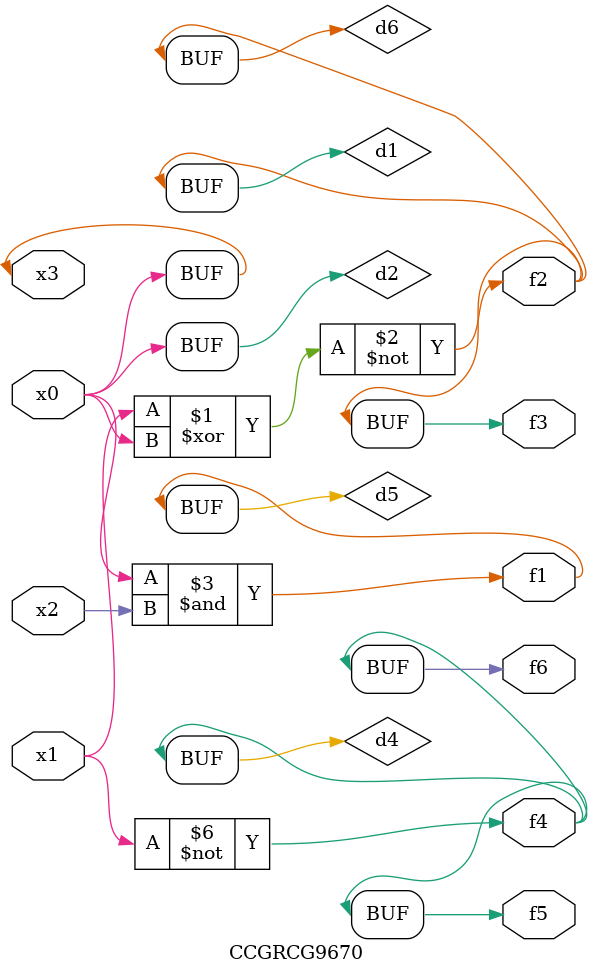
<source format=v>
module CCGRCG9670(
	input x0, x1, x2, x3,
	output f1, f2, f3, f4, f5, f6
);

	wire d1, d2, d3, d4, d5, d6;

	xnor (d1, x1, x3);
	buf (d2, x0, x3);
	nand (d3, x0, x2);
	not (d4, x1);
	nand (d5, d3);
	or (d6, d1);
	assign f1 = d5;
	assign f2 = d6;
	assign f3 = d6;
	assign f4 = d4;
	assign f5 = d4;
	assign f6 = d4;
endmodule

</source>
